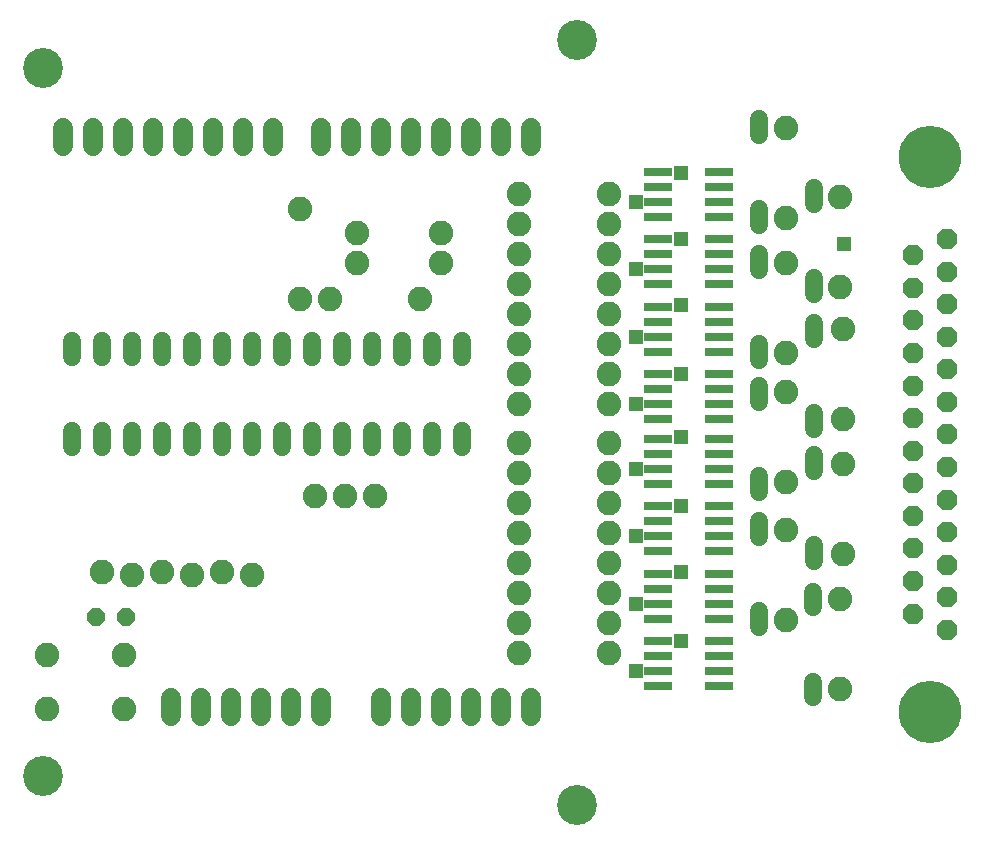
<source format=gts>
G75*
G70*
%OFA0B0*%
%FSLAX24Y24*%
%IPPOS*%
%LPD*%
%AMOC8*
5,1,8,0,0,1.08239X$1,22.5*
%
%ADD10C,0.1330*%
%ADD11C,0.0680*%
%ADD12C,0.0600*%
%ADD13C,0.0820*%
%ADD14OC8,0.0600*%
%ADD15R,0.0946X0.0316*%
%ADD16OC8,0.0680*%
%ADD17C,0.2080*%
%ADD18R,0.0476X0.0476*%
D10*
X001143Y002900D03*
X018943Y001950D03*
X001143Y026500D03*
X018943Y027450D03*
D11*
X017393Y024500D02*
X017393Y023900D01*
X016393Y023900D02*
X016393Y024500D01*
X015393Y024500D02*
X015393Y023900D01*
X014393Y023900D02*
X014393Y024500D01*
X013393Y024500D02*
X013393Y023900D01*
X012393Y023900D02*
X012393Y024500D01*
X011393Y024500D02*
X011393Y023900D01*
X010393Y023900D02*
X010393Y024500D01*
X008793Y024500D02*
X008793Y023900D01*
X007793Y023900D02*
X007793Y024500D01*
X006793Y024500D02*
X006793Y023900D01*
X005793Y023900D02*
X005793Y024500D01*
X004793Y024500D02*
X004793Y023900D01*
X003793Y023900D02*
X003793Y024500D01*
X002793Y024500D02*
X002793Y023900D01*
X001793Y023900D02*
X001793Y024500D01*
X005393Y005500D02*
X005393Y004900D01*
X006393Y004900D02*
X006393Y005500D01*
X007393Y005500D02*
X007393Y004900D01*
X008393Y004900D02*
X008393Y005500D01*
X009393Y005500D02*
X009393Y004900D01*
X010393Y004900D02*
X010393Y005500D01*
X012393Y005500D02*
X012393Y004900D01*
X013393Y004900D02*
X013393Y005500D01*
X014393Y005500D02*
X014393Y004900D01*
X015393Y004900D02*
X015393Y005500D01*
X016393Y005500D02*
X016393Y004900D01*
X017393Y004900D02*
X017393Y005500D01*
D12*
X024993Y007890D02*
X024993Y008410D01*
X026793Y008540D02*
X026793Y009060D01*
X026843Y010090D02*
X026843Y010610D01*
X024993Y010890D02*
X024993Y011410D01*
X024993Y012390D02*
X024993Y012910D01*
X026843Y013090D02*
X026843Y013610D01*
X026843Y014490D02*
X026843Y015010D01*
X024993Y015390D02*
X024993Y015910D01*
X024993Y016790D02*
X024993Y017310D01*
X026843Y017490D02*
X026843Y018010D01*
X026843Y018990D02*
X026843Y019510D01*
X024993Y019790D02*
X024993Y020310D01*
X024993Y021290D02*
X024993Y021810D01*
X026843Y021990D02*
X026843Y022510D01*
X024993Y024290D02*
X024993Y024810D01*
X015093Y017410D02*
X015093Y016890D01*
X014093Y016890D02*
X014093Y017410D01*
X013093Y017410D02*
X013093Y016890D01*
X012093Y016890D02*
X012093Y017410D01*
X011093Y017410D02*
X011093Y016890D01*
X010093Y016890D02*
X010093Y017410D01*
X009093Y017410D02*
X009093Y016890D01*
X008093Y016890D02*
X008093Y017410D01*
X007093Y017410D02*
X007093Y016890D01*
X006093Y016890D02*
X006093Y017410D01*
X005093Y017410D02*
X005093Y016890D01*
X004093Y016890D02*
X004093Y017410D01*
X003093Y017410D02*
X003093Y016890D01*
X002093Y016890D02*
X002093Y017410D01*
X002093Y014410D02*
X002093Y013890D01*
X003093Y013890D02*
X003093Y014410D01*
X004093Y014410D02*
X004093Y013890D01*
X005093Y013890D02*
X005093Y014410D01*
X006093Y014410D02*
X006093Y013890D01*
X007093Y013890D02*
X007093Y014410D01*
X008093Y014410D02*
X008093Y013890D01*
X009093Y013890D02*
X009093Y014410D01*
X010093Y014410D02*
X010093Y013890D01*
X011093Y013890D02*
X011093Y014410D01*
X012093Y014410D02*
X012093Y013890D01*
X013093Y013890D02*
X013093Y014410D01*
X014093Y014410D02*
X014093Y013890D01*
X015093Y013890D02*
X015093Y014410D01*
X026793Y006060D02*
X026793Y005540D01*
D13*
X027693Y005800D03*
X025893Y008100D03*
X027693Y008800D03*
X027793Y010300D03*
X025893Y011100D03*
X025893Y012700D03*
X027793Y013300D03*
X027793Y014800D03*
X025893Y015700D03*
X025893Y017000D03*
X027793Y017800D03*
X027693Y019200D03*
X025893Y020000D03*
X025893Y021500D03*
X027693Y022200D03*
X025893Y024500D03*
X019993Y022300D03*
X019993Y021300D03*
X019993Y020300D03*
X019993Y019300D03*
X019993Y018300D03*
X019993Y017300D03*
X019993Y016300D03*
X019993Y015300D03*
X019993Y014000D03*
X019993Y013000D03*
X019993Y012000D03*
X019993Y011000D03*
X019993Y010000D03*
X019993Y009000D03*
X019993Y008000D03*
X019993Y007000D03*
X016993Y007000D03*
X016993Y008000D03*
X016993Y009000D03*
X016993Y010000D03*
X016993Y011000D03*
X016993Y012000D03*
X016993Y013000D03*
X016993Y014000D03*
X016993Y015300D03*
X016993Y016300D03*
X016993Y017300D03*
X016993Y018300D03*
X016993Y019300D03*
X016993Y020300D03*
X016993Y021300D03*
X016993Y022300D03*
X014393Y021000D03*
X014393Y020000D03*
X013693Y018800D03*
X011593Y020000D03*
X011593Y021000D03*
X009693Y021800D03*
X009693Y018800D03*
X010693Y018800D03*
X010193Y012250D03*
X011193Y012250D03*
X012193Y012250D03*
X008093Y009600D03*
X007093Y009700D03*
X006093Y009600D03*
X005093Y009700D03*
X004093Y009600D03*
X003093Y009700D03*
X003823Y006940D03*
X003823Y005160D03*
X001263Y005160D03*
X001263Y006940D03*
D14*
X002893Y008200D03*
X003893Y008200D03*
D15*
X021620Y008150D03*
X021620Y008650D03*
X021620Y009150D03*
X021620Y009650D03*
X021620Y010400D03*
X021620Y010900D03*
X021620Y011400D03*
X021620Y011900D03*
X021620Y012650D03*
X021620Y013150D03*
X021620Y013650D03*
X021620Y014150D03*
X021620Y014800D03*
X021620Y015300D03*
X021620Y015800D03*
X021620Y016300D03*
X021620Y017050D03*
X021620Y017550D03*
X021620Y018050D03*
X021620Y018550D03*
X021620Y019300D03*
X021620Y019800D03*
X021620Y020300D03*
X021620Y020800D03*
X021620Y021550D03*
X021620Y022050D03*
X021620Y022550D03*
X021620Y023050D03*
X023667Y023050D03*
X023667Y022550D03*
X023667Y022050D03*
X023667Y021550D03*
X023667Y020800D03*
X023667Y020300D03*
X023667Y019800D03*
X023667Y019300D03*
X023667Y018550D03*
X023667Y018050D03*
X023667Y017550D03*
X023667Y017050D03*
X023667Y016300D03*
X023667Y015800D03*
X023667Y015300D03*
X023667Y014800D03*
X023667Y014150D03*
X023667Y013650D03*
X023667Y013150D03*
X023667Y012650D03*
X023667Y011900D03*
X023667Y011400D03*
X023667Y010900D03*
X023667Y010400D03*
X023667Y009650D03*
X023667Y009150D03*
X023667Y008650D03*
X023667Y008150D03*
X023667Y007400D03*
X023667Y006900D03*
X023667Y006400D03*
X023667Y005900D03*
X021620Y005900D03*
X021620Y006400D03*
X021620Y006900D03*
X021620Y007400D03*
D16*
X030133Y008320D03*
X031253Y007780D03*
X031253Y008870D03*
X031253Y009950D03*
X030133Y009410D03*
X030133Y010500D03*
X031253Y011040D03*
X030133Y011580D03*
X031253Y012130D03*
X031253Y013210D03*
X030133Y012670D03*
X030133Y013760D03*
X031253Y014300D03*
X030133Y014840D03*
X031253Y015390D03*
X030133Y015930D03*
X030133Y017020D03*
X031253Y017560D03*
X031253Y016470D03*
X030133Y018100D03*
X031253Y018650D03*
X030133Y019190D03*
X030133Y020280D03*
X031253Y020820D03*
X031253Y019730D03*
D17*
X030693Y023560D03*
X030693Y005040D03*
D18*
X022393Y007400D03*
X020893Y006400D03*
X020893Y008650D03*
X022393Y009700D03*
X020893Y010900D03*
X022393Y011900D03*
X020893Y013150D03*
X022393Y014200D03*
X020893Y015300D03*
X022393Y016300D03*
X020893Y017550D03*
X022393Y018600D03*
X020893Y019800D03*
X022393Y020800D03*
X020893Y022050D03*
X022393Y023000D03*
X027843Y020650D03*
M02*

</source>
